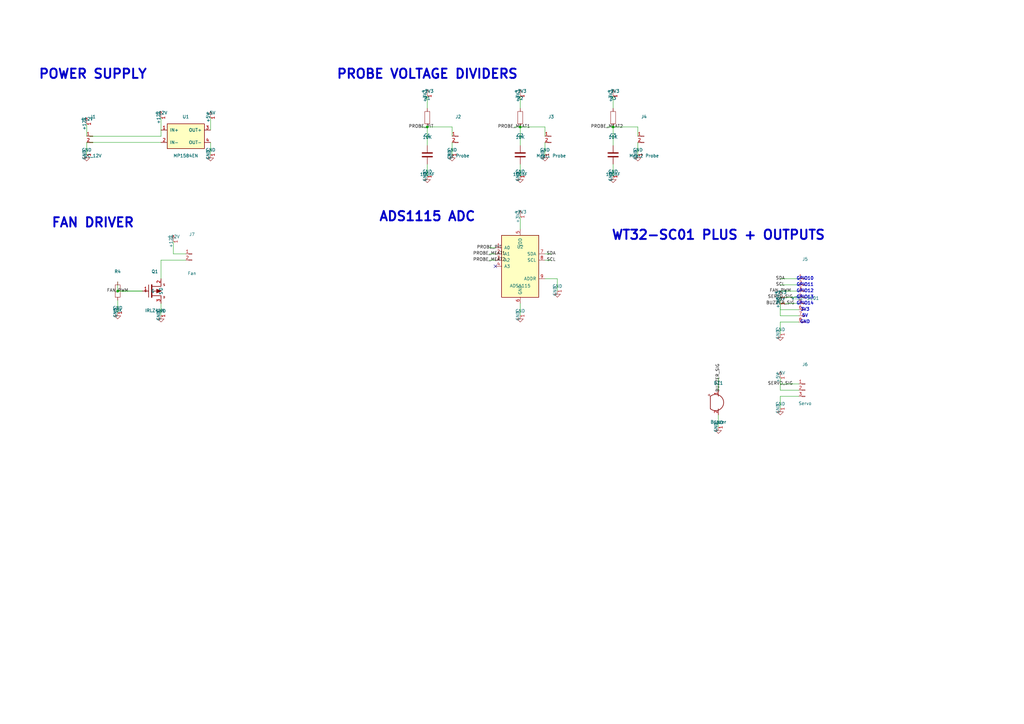
<source format=kicad_sch>
(kicad_sch (version 20231120) (generator "eeschema") (generator_version "8.0")
  (paper "A3")
  (title_block (title "Pit Claw BBQ Controller") (date "2026-02-18") (rev "A") (company "Pit Claw Open Source") (comment 1 "Carrier Board (50x70mm perfboard)") (comment 2 "WT32-SC01 Plus + ADS1115 + IRLZ44N fan driver"))
  (lib_symbols
    (symbol "Device:R" (pin_numbers hide) (pin_names (offset 0) hide)
      (property "Reference" "R" (at 2.032 0 90))
      (property "Value" "R" (at -2.032 0 90))
      (symbol "R_0_1"
        (rectangle (start -1.016 -2.54) (end 1.016 2.54))
      )
      (symbol "R_1_1"
        (pin passive line (at 0 3.81 270) (length 1.27) (name "~") (number "1"))
        (pin passive line (at 0 -3.81 90) (length 1.27) (name "~") (number "2"))
      )
    )
    (symbol "Device:C" (pin_numbers hide) (pin_names (offset 0.254) hide)
      (property "Reference" "C" (at 2.54 0 90))
      (property "Value" "C" (at -2.54 0 90))
      (symbol "C_0_1"
        (polyline (pts (xy -2.032 -0.762) (xy 2.032 -0.762)) (stroke (width 0.508)))
        (polyline (pts (xy -2.032 0.762) (xy 2.032 0.762)) (stroke (width 0.508)))
      )
      (symbol "C_1_1"
        (pin passive line (at 0 3.81 270) (length 2.794) (name "~") (number "1"))
        (pin passive line (at 0 -3.81 90) (length 2.794) (name "~") (number "2"))
      )
    )
    (symbol "Device:Buzzer" (pin_names (offset 1.016) hide)
      (property "Reference" "BZ" (at 5.08 1.27 0))
      (property "Value" "Buzzer" (at 5.08 -1.27 0))
      (symbol "Buzzer_0_1"
        (arc (start -3.302 -2.54) (mid 2.159 0) (end -3.302 2.54) (stroke (width 0.254)))
        (polyline (pts (xy -3.302 2.54) (xy -3.302 -2.54)) (stroke (width 0.254)))
        (text "+" (at -3.81 3.175 0) (effects (font (size 1.27 1.27))))
      )
      (symbol "Buzzer_1_1"
        (pin passive line (at 0 5.08 270) (length 2.54) (name "+") (number "1"))
        (pin passive line (at 0 -5.08 90) (length 2.54) (name "-") (number "2"))
      )
    )
    (symbol "bbq:IRLZ44N" (pin_names (offset 1.016))
      (property "Reference" "Q" (at 7.62 1.27 0))
      (property "Value" "IRLZ44N" (at 7.62 -1.27 0))
      (symbol "IRLZ44N_0_1"
        (polyline (pts (xy -2.54 -2.54) (xy -2.54 2.54)) (stroke (width 0.254)))
        (polyline (pts (xy -1.27 2.54) (xy -1.27 -2.54)) (stroke (width 0.508)))
        (polyline (pts (xy -1.27 -1.905) (xy 2.54 -1.905) (xy 2.54 -2.54)) (stroke (width 0.254)))
        (polyline (pts (xy -1.27 1.905) (xy 2.54 1.905) (xy 2.54 2.54)) (stroke (width 0.254)))
        (polyline (pts (xy -1.27 0) (xy 2.54 0)) (stroke (width 0.254)))
        (polyline (pts (xy 2.54 0) (xy 0.762 0.762) (xy 0.762 -0.762) (xy 2.54 0)) (stroke (width 0.254)) (fill (type outline)))
        (text "D" (at 3.81 -2.54 0) (effects (font (size 0.762 0.762))))
        (text "G" (at -3.81 0 0) (effects (font (size 0.762 0.762))))
        (text "S" (at 3.81 2.54 0) (effects (font (size 0.762 0.762))))
      )
      (symbol "IRLZ44N_1_1"
        (pin input line (at -5.08 0 0) (length 2.54) (name "G") (number "1"))
        (pin passive line (at 2.54 5.08 270) (length 2.54) (name "D") (number "2"))
        (pin passive line (at 2.54 -5.08 90) (length 2.54) (name "S") (number "3"))
      )
    )
    (symbol "bbq:MP1584EN_Module" (pin_names (offset 1.016))
      (property "Reference" "U" (at 0 6.35 0))
      (property "Value" "MP1584EN" (at 0 -6.35 0))
      (symbol "MP1584EN_Module_0_1"
        (rectangle (start -7.62 5.08) (end 7.62 -5.08) (stroke (width 0.254)) (fill (type background)))
      )
      (symbol "MP1584EN_Module_1_1"
        (pin power_in line (at -10.16 2.54 0) (length 2.54) (name "IN+") (number "1"))
        (pin power_in line (at -10.16 -2.54 0) (length 2.54) (name "IN-") (number "2"))
        (pin power_out line (at 10.16 2.54 180) (length 2.54) (name "OUT+") (number "3"))
        (pin power_out line (at 10.16 -2.54 180) (length 2.54) (name "OUT-") (number "4"))
      )
    )
    (symbol "bbq:ADS1115_Module" (pin_names (offset 1.016))
      (property "Reference" "U" (at 0 13.97 0))
      (property "Value" "ADS1115" (at 0 -13.97 0))
      (symbol "ADS1115_Module_0_1"
        (rectangle (start -7.62 12.7) (end 7.62 -12.7) (stroke (width 0.254)) (fill (type background)))
      )
      (symbol "ADS1115_Module_1_1"
        (pin input line (at -10.16 7.62 0) (length 2.54) (name "A0") (number "1"))
        (pin input line (at -10.16 5.08 0) (length 2.54) (name "A1") (number "2"))
        (pin input line (at -10.16 2.54 0) (length 2.54) (name "A2") (number "3"))
        (pin input line (at -10.16 0 0) (length 2.54) (name "A3") (number "4"))
        (pin power_in line (at 0 15.24 270) (length 2.54) (name "VDD") (number "5"))
        (pin power_in line (at 0 -15.24 90) (length 2.54) (name "GND") (number "6"))
        (pin bidirectional line (at 10.16 5.08 180) (length 2.54) (name "SDA") (number "7"))
        (pin output line (at 10.16 2.54 180) (length 2.54) (name "SCL") (number "8"))
        (pin input line (at 10.16 -5.08 180) (length 2.54) (name "ADDR") (number "9"))
      )
    )
    (symbol "Connector_Generic:Conn_01x02" (pin_names (offset 1.016) hide)
      (property "Reference" "J" (at 0 2.54 0))
      (property "Value" "Conn_01x02" (at 0 -5.08 0))
      (symbol "Conn_01x02_1_1"
        (rectangle (start -1.27 -2.413) (end 0 -2.667))
        (rectangle (start -1.27 0.127) (end 0 -0.127))
        (pin passive line (at -2.54 0 0) (length 1.27) (name "Pin_1") (number "1"))
        (pin passive line (at -2.54 -2.54 0) (length 1.27) (name "Pin_2") (number "2"))
      )
    )
    (symbol "Connector_Generic:Conn_01x03" (pin_names (offset 1.016) hide)
      (property "Reference" "J" (at 0 5.08 0))
      (property "Value" "Conn_01x03" (at 0 -5.08 0))
      (symbol "Conn_01x03_1_1"
        (rectangle (start -1.27 -4.953) (end 0 -5.207))
        (rectangle (start -1.27 -2.413) (end 0 -2.667))
        (rectangle (start -1.27 0.127) (end 0 -0.127))
        (pin passive line (at -2.54 0 0) (length 1.27) (name "Pin_1") (number "1"))
        (pin passive line (at -2.54 -2.54 0) (length 1.27) (name "Pin_2") (number "2"))
        (pin passive line (at -2.54 -5.08 0) (length 1.27) (name "Pin_3") (number "3"))
      )
    )
    (symbol "Connector_Generic:Conn_01x08" (pin_names (offset 1.016) hide)
      (property "Reference" "J" (at 0 10.16 0))
      (property "Value" "Conn_01x08" (at 0 -20.32 0))
      (symbol "Conn_01x08_1_1"
        (rectangle (start -1.27 -17.653) (end 0 -17.907))
        (rectangle (start -1.27 -15.113) (end 0 -15.367))
        (rectangle (start -1.27 -12.573) (end 0 -12.827))
        (rectangle (start -1.27 -10.033) (end 0 -10.287))
        (rectangle (start -1.27 -7.493) (end 0 -7.747))
        (rectangle (start -1.27 -4.953) (end 0 -5.207))
        (rectangle (start -1.27 -2.413) (end 0 -2.667))
        (rectangle (start -1.27 0.127) (end 0 -0.127))
        (pin passive line (at -2.54 0 0) (length 1.27) (name "Pin_1") (number "1"))
        (pin passive line (at -2.54 -2.54 0) (length 1.27) (name "Pin_2") (number "2"))
        (pin passive line (at -2.54 -5.08 0) (length 1.27) (name "Pin_3") (number "3"))
        (pin passive line (at -2.54 -7.62 0) (length 1.27) (name "Pin_4") (number "4"))
        (pin passive line (at -2.54 -10.16 0) (length 1.27) (name "Pin_5") (number "5"))
        (pin passive line (at -2.54 -12.7 0) (length 1.27) (name "Pin_6") (number "6"))
        (pin passive line (at -2.54 -15.24 0) (length 1.27) (name "Pin_7") (number "7"))
        (pin passive line (at -2.54 -17.78 0) (length 1.27) (name "Pin_8") (number "8"))
      )
    )
    (symbol "power:+12V" (power) (pin_names (offset 0))
      (property "Value" "+12V" (at 0 3.556 0))
      (symbol "+12V_0_1"
        (polyline (pts (xy -0.762 1.27) (xy 0 2.54)))
        (polyline (pts (xy 0 0) (xy 0 2.54)))
        (polyline (pts (xy 0 2.54) (xy 0.762 1.27)))
      )
      (symbol "+12V_1_1"
        (pin power_in line (at 0 0 90) (length 0) (name "+12V") (number "1"))
      )
    )
    (symbol "power:+5V" (power) (pin_names (offset 0))
      (property "Value" "+5V" (at 0 3.556 0))
      (symbol "+5V_0_1"
        (polyline (pts (xy -0.762 1.27) (xy 0 2.54)))
        (polyline (pts (xy 0 0) (xy 0 2.54)))
        (polyline (pts (xy 0 2.54) (xy 0.762 1.27)))
      )
      (symbol "+5V_1_1"
        (pin power_in line (at 0 0 90) (length 0) (name "+5V") (number "1"))
      )
    )
    (symbol "power:+3V3" (power) (pin_names (offset 0))
      (property "Value" "+3V3" (at 0 3.556 0))
      (symbol "+3V3_0_1"
        (polyline (pts (xy -0.762 1.27) (xy 0 2.54)))
        (polyline (pts (xy 0 0) (xy 0 2.54)))
        (polyline (pts (xy 0 2.54) (xy 0.762 1.27)))
      )
      (symbol "+3V3_1_1"
        (pin power_in line (at 0 0 90) (length 0) (name "+3V3") (number "1"))
      )
    )
    (symbol "power:GND" (power) (pin_names (offset 0))
      (property "Value" "GND" (at 0 -3.81 0))
      (symbol "GND_0_1"
        (polyline (pts (xy 0 0) (xy 0 -1.27) (xy 1.27 -1.27) (xy 0 -2.54) (xy -1.27 -1.27) (xy 0 -1.27)))
      )
      (symbol "GND_1_1"
        (pin power_in line (at 0 0 270) (length 0) (name "GND") (number "1"))
      )
    )
  )
  (text "POWER SUPPLY" (at 38.1 30.48 0) (effects (font (size 3.81 3.81) bold)))
  (text "PROBE VOLTAGE DIVIDERS" (at 175.26 30.48 0) (effects (font (size 3.81 3.81) bold)))
  (text "ADS1115 ADC" (at 175.26 88.9 0) (effects (font (size 3.81 3.81) bold)))
  (text "FAN DRIVER" (at 38.1 91.44 0) (effects (font (size 3.81 3.81) bold)))
  (text "WT32-SC01 PLUS + OUTPUTS" (at 294.64 96.52 0) (effects (font (size 3.81 3.81) bold)))
  (symbol (lib_id "Connector_Generic:Conn_01x02") (at 38.1 55.88 0) (unit 1)
    (property "Reference" "J1" (at 38.1 47.88 0))
    (property "Value" "DC_12V" (at 38.1 63.88 0))
  )
  (symbol (lib_id "bbq:MP1584EN_Module") (at 76.2 55.88 0) (unit 1)
    (property "Reference" "U1" (at 76.2 47.88 0))
    (property "Value" "MP1584EN" (at 76.2 63.88 0))
  )
  (wire (pts (xy 35.56 55.88) (xy 66.04 55.88)))
  (wire (pts (xy 66.04 55.88) (xy 66.04 53.34)))
  (wire (pts (xy 35.56 58.42) (xy 66.04 58.42)))
  (wire (pts (xy 66.04 58.42) (xy 66.04 58.42)))
  (symbol (lib_id "power:+12V") (at 35.56 50.8 0) (unit 1)
    (property "Reference" "#PWR01" (effects hide))
    (property "Value" "+12V" (at 35.56 48.8 0))
  )
  (wire (pts (xy 35.56 55.88) (xy 35.56 50.8)))
  (symbol (lib_id "power:GND") (at 35.56 63.5 0) (unit 1)
    (property "Reference" "#PWR02" (effects hide))
    (property "Value" "GND" (at 35.56 61.5 0))
  )
  (wire (pts (xy 35.56 58.42) (xy 35.56 63.5)))
  (symbol (lib_id "power:+5V") (at 86.36 48.26 0) (unit 1)
    (property "Reference" "#PWR03" (effects hide))
    (property "Value" "+5V" (at 86.36 46.26 0))
  )
  (wire (pts (xy 86.36 53.34) (xy 86.36 48.26)))
  (symbol (lib_id "power:GND") (at 86.36 63.5 0) (unit 1)
    (property "Reference" "#PWR04" (effects hide))
    (property "Value" "GND" (at 86.36 61.5 0))
  )
  (wire (pts (xy 86.36 58.42) (xy 86.36 63.5)))
  (symbol (lib_id "power:+12V") (at 66.04 48.26 0) (unit 1)
    (property "Reference" "#PWR05" (effects hide))
    (property "Value" "+12V" (at 66.04 46.26 0))
  )
  (wire (pts (xy 66.04 53.34) (xy 66.04 48.26)))
  (symbol (lib_id "Device:R") (at 175.26 48.26 0) (unit 1)
    (property "Reference" "R1" (at 175.26 40.26 0))
    (property "Value" "10K" (at 175.26 56.26 0))
  )
  (symbol (lib_id "Device:C") (at 175.26 63.5 0) (unit 1)
    (property "Reference" "C1" (at 175.26 55.5 0))
    (property "Value" "100nF" (at 175.26 71.5 0))
  )
  (symbol (lib_id "Connector_Generic:Conn_01x02") (at 187.96 55.88 0) (unit 1)
    (property "Reference" "J2" (at 187.96 47.88 0))
    (property "Value" "Pit Probe" (at 187.96 63.88 0))
  )
  (symbol (lib_id "power:+3V3") (at 175.26 39.37 0) (unit 1)
    (property "Reference" "#PWR06" (effects hide))
    (property "Value" "+3V3" (at 175.26 37.37 0))
  )
  (wire (pts (xy 175.26 44.45) (xy 175.26 39.37)))
  (wire (pts (xy 175.26 52.07) (xy 175.26 59.69)))
  (junction (at 175.26 52.07))
  (wire (pts (xy 175.26 52.07) (xy 185.42 52.07)))
  (wire (pts (xy 185.42 55.88) (xy 185.42 52.07)))
  (symbol (lib_id "power:GND") (at 175.26 72.39 0) (unit 1)
    (property "Reference" "#PWR07" (effects hide))
    (property "Value" "GND" (at 175.26 70.39 0))
  )
  (wire (pts (xy 175.26 67.31) (xy 175.26 72.39)))
  (symbol (lib_id "power:GND") (at 185.42 63.5 0) (unit 1)
    (property "Reference" "#PWR08" (effects hide))
    (property "Value" "GND" (at 185.42 61.5 0))
  )
  (wire (pts (xy 185.42 58.42) (xy 185.42 63.5)))
  (label "PROBE_PIT" (at 172.72 52.07 180))
  (wire (pts (xy 175.26 52.07) (xy 172.72 52.07)))
  (symbol (lib_id "Device:R") (at 213.36 48.26 0) (unit 1)
    (property "Reference" "R2" (at 213.36 40.26 0))
    (property "Value" "10K" (at 213.36 56.26 0))
  )
  (symbol (lib_id "Device:C") (at 213.36 63.5 0) (unit 1)
    (property "Reference" "C2" (at 213.36 55.5 0))
    (property "Value" "100nF" (at 213.36 71.5 0))
  )
  (symbol (lib_id "Connector_Generic:Conn_01x02") (at 226.06 55.88 0) (unit 1)
    (property "Reference" "J3" (at 226.06 47.88 0))
    (property "Value" "Meat1 Probe" (at 226.06 63.88 0))
  )
  (symbol (lib_id "power:+3V3") (at 213.36 39.37 0) (unit 1)
    (property "Reference" "#PWR09" (effects hide))
    (property "Value" "+3V3" (at 213.36 37.37 0))
  )
  (wire (pts (xy 213.36 44.45) (xy 213.36 39.37)))
  (wire (pts (xy 213.36 52.07) (xy 213.36 59.69)))
  (junction (at 213.36 52.07))
  (wire (pts (xy 213.36 52.07) (xy 223.52 52.07)))
  (wire (pts (xy 223.52 55.88) (xy 223.52 52.07)))
  (symbol (lib_id "power:GND") (at 213.36 72.39 0) (unit 1)
    (property "Reference" "#PWR10" (effects hide))
    (property "Value" "GND" (at 213.36 70.39 0))
  )
  (wire (pts (xy 213.36 67.31) (xy 213.36 72.39)))
  (symbol (lib_id "power:GND") (at 223.52 63.5 0) (unit 1)
    (property "Reference" "#PWR11" (effects hide))
    (property "Value" "GND" (at 223.52 61.5 0))
  )
  (wire (pts (xy 223.52 58.42) (xy 223.52 63.5)))
  (label "PROBE_MEAT1" (at 210.82 52.07 180))
  (wire (pts (xy 213.36 52.07) (xy 210.82 52.07)))
  (symbol (lib_id "Device:R") (at 251.46 48.26 0) (unit 1)
    (property "Reference" "R3" (at 251.46 40.26 0))
    (property "Value" "10K" (at 251.46 56.26 0))
  )
  (symbol (lib_id "Device:C") (at 251.46 63.5 0) (unit 1)
    (property "Reference" "C3" (at 251.46 55.5 0))
    (property "Value" "100nF" (at 251.46 71.5 0))
  )
  (symbol (lib_id "Connector_Generic:Conn_01x02") (at 264.16 55.88 0) (unit 1)
    (property "Reference" "J4" (at 264.16 47.88 0))
    (property "Value" "Meat2 Probe" (at 264.16 63.88 0))
  )
  (symbol (lib_id "power:+3V3") (at 251.46 39.37 0) (unit 1)
    (property "Reference" "#PWR12" (effects hide))
    (property "Value" "+3V3" (at 251.46 37.37 0))
  )
  (wire (pts (xy 251.46 44.45) (xy 251.46 39.37)))
  (wire (pts (xy 251.46 52.07) (xy 251.46 59.69)))
  (junction (at 251.46 52.07))
  (wire (pts (xy 251.46 52.07) (xy 261.62 52.07)))
  (wire (pts (xy 261.62 55.88) (xy 261.62 52.07)))
  (symbol (lib_id "power:GND") (at 251.46 72.39 0) (unit 1)
    (property "Reference" "#PWR13" (effects hide))
    (property "Value" "GND" (at 251.46 70.39 0))
  )
  (wire (pts (xy 251.46 67.31) (xy 251.46 72.39)))
  (symbol (lib_id "power:GND") (at 261.62 63.5 0) (unit 1)
    (property "Reference" "#PWR14" (effects hide))
    (property "Value" "GND" (at 261.62 61.5 0))
  )
  (wire (pts (xy 261.62 58.42) (xy 261.62 63.5)))
  (label "PROBE_MEAT2" (at 248.92 52.07 180))
  (wire (pts (xy 251.46 52.07) (xy 248.92 52.07)))
  (symbol (lib_id "bbq:ADS1115_Module") (at 213.36 109.22 0) (unit 1)
    (property "Reference" "U2" (at 213.36 101.22 0))
    (property "Value" "ADS1115" (at 213.36 117.22 0))
  )
  (label "PROBE_PIT" (at 200.66 101.6 180))
  (wire (pts (xy 203.2 101.6) (xy 200.66 101.6)))
  (label "PROBE_MEAT1" (at 200.66 104.14 180))
  (wire (pts (xy 203.2 104.14) (xy 200.66 104.14)))
  (label "PROBE_MEAT2" (at 200.66 106.68 180))
  (wire (pts (xy 203.2 106.68) (xy 200.66 106.68)))
  (no_connect (at 203.2 109.22))
  (symbol (lib_id "power:+3V3") (at 213.36 88.9 0) (unit 1)
    (property "Reference" "#PWR15" (effects hide))
    (property "Value" "+3V3" (at 213.36 86.9 0))
  )
  (wire (pts (xy 213.36 93.98) (xy 213.36 88.9)))
  (symbol (lib_id "power:GND") (at 213.36 129.54 0) (unit 1)
    (property "Reference" "#PWR16" (effects hide))
    (property "Value" "GND" (at 213.36 127.54 0))
  )
  (wire (pts (xy 213.36 124.46) (xy 213.36 129.54)))
  (label "SDA" (at 226.06 104.14 0))
  (wire (pts (xy 223.52 104.14) (xy 226.06 104.14)))
  (label "SCL" (at 226.06 106.68 0))
  (wire (pts (xy 223.52 106.68) (xy 226.06 106.68)))
  (wire (pts (xy 223.52 114.3) (xy 228.6 114.3)))
  (symbol (lib_id "power:GND") (at 228.6 119.38 0) (unit 1)
    (property "Reference" "#PWR17" (effects hide))
    (property "Value" "GND" (at 228.6 117.38 0))
  )
  (wire (pts (xy 228.6 114.3) (xy 228.6 119.38)))
  (symbol (lib_id "bbq:IRLZ44N") (at 63.5 119.38 0) (unit 1)
    (property "Reference" "Q1" (at 63.5 111.38 0))
    (property "Value" "IRLZ44N" (at 63.5 127.38 0))
  )
  (symbol (lib_id "Device:R") (at 48.26 119.38 0) (unit 1)
    (property "Reference" "R4" (at 48.26 111.38 0))
    (property "Value" "10K" (at 48.26 127.38 0))
  )
  (wire (pts (xy 58.42 119.38) (xy 48.26 119.38)))
  (wire (pts (xy 48.26 119.38) (xy 48.26 115.57)))
  (junction (at 48.26 119.38))
  (symbol (lib_id "power:GND") (at 48.26 128.27 0) (unit 1)
    (property "Reference" "#PWR18" (effects hide))
    (property "Value" "GND" (at 48.26 126.27 0))
  )
  (wire (pts (xy 48.26 123.19) (xy 48.26 128.27)))
  (label "FAN_PWM" (at 48.26 119.38 180))
  (wire (pts (xy 58.42 119.38) (xy 48.26 119.38)))
  (symbol (lib_id "power:GND") (at 66.04 129.54 0) (unit 1)
    (property "Reference" "#PWR19" (effects hide))
    (property "Value" "GND" (at 66.04 127.54 0))
  )
  (wire (pts (xy 66.04 124.46) (xy 66.04 129.54)))
  (symbol (lib_id "Connector_Generic:Conn_01x02") (at 78.74 104.14 0) (unit 1)
    (property "Reference" "J7" (at 78.74 96.14 0))
    (property "Value" "Fan" (at 78.74 112.14 0))
  )
  (wire (pts (xy 76.2 104.14) (xy 71.12 104.14)))
  (symbol (lib_id "power:+12V") (at 71.12 99.06 0) (unit 1)
    (property "Reference" "#PWR20" (effects hide))
    (property "Value" "+12V" (at 71.12 97.06 0))
  )
  (wire (pts (xy 71.12 104.14) (xy 71.12 99.06)))
  (wire (pts (xy 76.2 106.68) (xy 66.04 106.68)))
  (wire (pts (xy 66.04 106.68) (xy 66.04 114.3)))
  (symbol (lib_id "Connector_Generic:Conn_01x08") (at 330.2 114.3 0) (unit 1)
    (property "Reference" "J5" (at 330.2 106.3 0))
    (property "Value" "WT32-SC01" (at 330.2 122.3 0))
  )
  (label "SDA" (at 320.04 114.3 180))
  (wire (pts (xy 327.66 114.3) (xy 320.04 114.3)))
  (label "SCL" (at 320.04 116.84 180))
  (wire (pts (xy 327.66 116.84) (xy 320.04 116.84)))
  (label "FAN_PWM" (at 320.04 119.38 180))
  (wire (pts (xy 327.66 119.38) (xy 320.04 119.38)))
  (label "SERVO_SIG" (at 320.04 121.92 180))
  (wire (pts (xy 327.66 121.92) (xy 320.04 121.92)))
  (label "BUZZER_SIG" (at 320.04 124.46 180))
  (wire (pts (xy 327.66 124.46) (xy 320.04 124.46)))
  (wire (pts (xy 327.66 127) (xy 320.04 127)))
  (symbol (lib_id "power:+3V3") (at 320.04 121.92 0) (unit 1)
    (property "Reference" "#PWR21" (effects hide))
    (property "Value" "+3V3" (at 320.04 119.92 0))
  )
  (wire (pts (xy 320.04 127) (xy 320.04 121.92)))
  (wire (pts (xy 327.66 129.54) (xy 320.04 129.54)))
  (symbol (lib_id "power:+5V") (at 320.04 124.46 0) (unit 1)
    (property "Reference" "#PWR22" (effects hide))
    (property "Value" "+5V" (at 320.04 122.46 0))
  )
  (wire (pts (xy 320.04 129.54) (xy 320.04 124.46)))
  (wire (pts (xy 327.66 132.08) (xy 320.04 132.08)))
  (symbol (lib_id "power:GND") (at 320.04 137.16 0) (unit 1)
    (property "Reference" "#PWR23" (effects hide))
    (property "Value" "GND" (at 320.04 135.16 0))
  )
  (wire (pts (xy 320.04 132.08) (xy 320.04 137.16)))
  (symbol (lib_id "Connector_Generic:Conn_01x03") (at 330.2 157.48 0) (unit 1)
    (property "Reference" "J6" (at 330.2 149.48 0))
    (property "Value" "Servo" (at 330.2 165.48 0))
  )
  (label "SERVO_SIG" (at 320.04 157.48 180))
  (wire (pts (xy 327.66 157.48) (xy 320.04 157.48)))
  (wire (pts (xy 327.66 160.02) (xy 320.04 160.02)))
  (symbol (lib_id "power:+5V") (at 320.04 154.94 0) (unit 1)
    (property "Reference" "#PWR24" (effects hide))
    (property "Value" "+5V" (at 320.04 152.94 0))
  )
  (wire (pts (xy 320.04 160.02) (xy 320.04 154.94)))
  (wire (pts (xy 327.66 162.56) (xy 320.04 162.56)))
  (symbol (lib_id "power:GND") (at 320.04 167.64 0) (unit 1)
    (property "Reference" "#PWR25" (effects hide))
    (property "Value" "GND" (at 320.04 165.64 0))
  )
  (wire (pts (xy 320.04 162.56) (xy 320.04 167.64)))
  (symbol (lib_id "Device:Buzzer") (at 294.64 165.1 0) (unit 1)
    (property "Reference" "BZ1" (at 294.64 157.1 0))
    (property "Value" "Buzzer" (at 294.64 173.1 0))
  )
  (label "BUZZER_SIG" (at 294.64 154.94 90))
  (wire (pts (xy 294.64 160.02) (xy 294.64 154.94)))
  (symbol (lib_id "power:GND") (at 294.64 175.26 0) (unit 1)
    (property "Reference" "#PWR26" (effects hide))
    (property "Value" "GND" (at 294.64 173.26 0))
  )
  (wire (pts (xy 294.64 170.18) (xy 294.64 175.26)))
  (text "GPIO10" (at 330.2 114.3 0) (effects (font (size 1.27 1.27) bold)))
  (text "GPIO11" (at 330.2 116.84 0) (effects (font (size 1.27 1.27) bold)))
  (text "GPIO12" (at 330.2 119.38 0) (effects (font (size 1.27 1.27) bold)))
  (text "GPIO13" (at 330.2 121.92 0) (effects (font (size 1.27 1.27) bold)))
  (text "GPIO14" (at 330.2 124.46 0) (effects (font (size 1.27 1.27) bold)))
  (text "3V3" (at 330.2 127 0) (effects (font (size 1.27 1.27) bold)))
  (text "5V" (at 330.2 129.54 0) (effects (font (size 1.27 1.27) bold)))
  (text "GND" (at 330.2 132.08 0) (effects (font (size 1.27 1.27) bold)))
)
</source>
